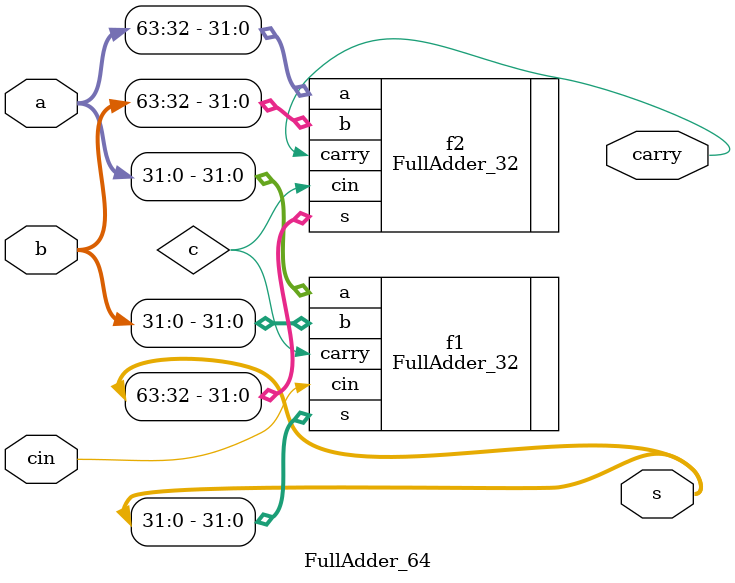
<source format=v>
`timescale 1ns / 1ps
module FullAdder_64(a,b,cin,s,carry);
	input [63:0] a,b;
	input cin;
	output [63:0] s;
	output carry;
	wire c;
	FullAdder_32 f1 (.a(a[31:0]),.b(b[31:0]),.cin(cin),.s(s[31:0]),.carry(c));
	FullAdder_32 f2 (.a(a[63:32]),.b(b[63:32]),.cin(c),.s(s[63:32]),.carry(carry));

endmodule

</source>
